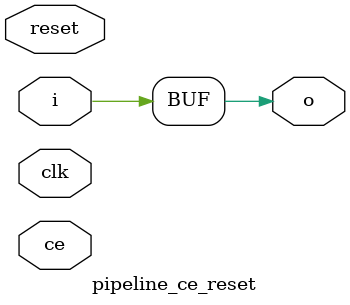
<source format=v>
module pipeline_ce_reset #(
	parameter STAGES = 0
) (
	input clk,
	input ce,
	input reset,
	input i,
	output o
);
	localparam TCQ = 1;
	if (!STAGES)
		assign o = i;
	else begin
		reg [STAGES-1:0] pipeline = 0;
		assign o = pipeline[STAGES-1];
		always @(posedge clk)
			if (reset)
				pipeline <= #TCQ pipeline << 1;
			else if (ce)
				pipeline <= #TCQ (pipeline << 1) | i;
	end
endmodule
</source>
